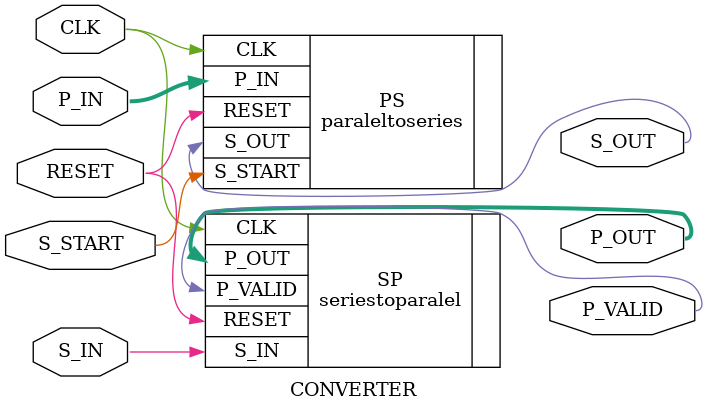
<source format=v>
`include "seriestoparalel.v"
`include "paraleltoseries.v"

module CONVERTER(
    input CLK, 
    input RESET, 
    input S_START, 
    input S_IN,
    input [31:0] P_IN,
    output wire P_VALID, S_OUT,
    output wire [31:0] P_OUT
);

// Instance

seriestoparalel SP(
    .CLK (CLK),
    .RESET (RESET),
    .S_IN (S_IN),
    .P_VALID (P_VALID),
    .P_OUT (P_OUT)
);

paraleltoseries PS(
    .CLK (CLK),
    .RESET (RESET),
    .S_START (S_START),
    .P_IN (P_IN),
    .S_OUT (S_OUT)
);

endmodule
</source>
